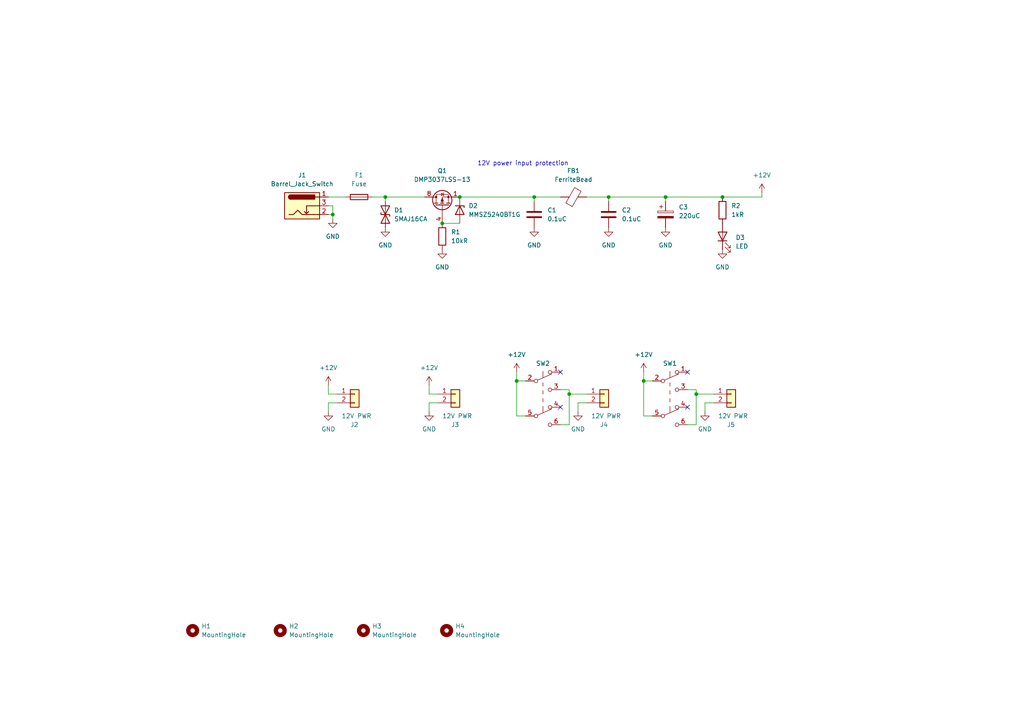
<source format=kicad_sch>
(kicad_sch (version 20211123) (generator eeschema)
  (paper "A4")
  (lib_symbols
    (symbol "Connector:Barrel_Jack_Switch" (pin_names hide)
      (property "Reference" "J" (at 0 5.334 0))
      (property "Value" "Barrel_Jack_Switch" (at 0 -5.08 0))
      (symbol "Barrel_Jack_Switch_0_1"
        (rectangle (start -5.08 3.81) (end 5.08 -3.81) (stroke (width 0.254)) (fill (type background)))
        (arc (start -3.302 3.175) (mid -3.937 2.54) (end -3.302 1.905) (stroke (width 0.254)))
        (arc (start -3.302 3.175) (mid -3.937 2.54) (end -3.302 1.905) (stroke (width 0.254)) (fill (type outline)))
        (polyline (pts (xy 1.27 -2.286) (xy 1.905 -1.651)) (stroke (width 0.254)))
        (polyline (pts (xy 5.08 2.54) (xy 3.81 2.54)) (stroke (width 0.254)))
        (polyline (pts (xy 5.08 0) (xy 1.27 0) (xy 1.27 -2.286) (xy 0.635 -1.651)) (stroke (width 0.254)))
        (polyline (pts (xy -3.81 -2.54) (xy -2.54 -2.54) (xy -1.27 -1.27) (xy 0 -2.54) (xy 2.54 -2.54) (xy 5.08 -2.54)) (stroke (width 0.254)))
        (rectangle (start 3.683 3.175) (end -3.302 1.905) (stroke (width 0.254)) (fill (type outline)))
      )
      (symbol "Barrel_Jack_Switch_1_1"
        (pin passive line (at 7.62 2.54 180) (length 2.54) (name "~") (number "1"))
        (pin passive line (at 7.62 -2.54 180) (length 2.54) (name "~") (number "2"))
        (pin passive line (at 7.62 0 180) (length 2.54) (name "~") (number "3"))
      )
    )
    (symbol "Connector_Generic:Conn_01x02" (pin_names (offset 1.016) hide)
      (property "Reference" "J" (at 0 2.54 0))
      (property "Value" "Conn_01x02" (at 0 -5.08 0))
      (symbol "Conn_01x02_1_1"
        (rectangle (start -1.27 -2.413) (end 0 -2.667) (stroke (width 0.1524)))
        (rectangle (start -1.27 0.127) (end 0 -0.127) (stroke (width 0.1524)))
        (rectangle (start -1.27 1.27) (end 1.27 -3.81) (stroke (width 0.254)) (fill (type background)))
        (pin passive line (at -5.08 0 0) (length 3.81) (name "Pin_1") (number "1"))
        (pin passive line (at -5.08 -2.54 0) (length 3.81) (name "Pin_2") (number "2"))
      )
    )
    (symbol "Device:C" (pin_numbers hide) (pin_names (offset 0.254))
      (property "Reference" "C" (at 0.635 2.54 0))
      (property "Value" "C" (at 0.635 -2.54 0))
      (symbol "C_0_1"
        (polyline (pts (xy -2.032 -0.762) (xy 2.032 -0.762)) (stroke (width 0.508)))
        (polyline (pts (xy -2.032 0.762) (xy 2.032 0.762)) (stroke (width 0.508)))
      )
      (symbol "C_1_1"
        (pin passive line (at 0 3.81 270) (length 2.794) (name "~") (number "1"))
        (pin passive line (at 0 -3.81 90) (length 2.794) (name "~") (number "2"))
      )
    )
    (symbol "Device:C_Polarized" (pin_numbers hide) (pin_names (offset 0.254))
      (property "Reference" "C" (at 0.635 2.54 0))
      (property "Value" "C_Polarized" (at 0.635 -2.54 0))
      (symbol "C_Polarized_0_1"
        (rectangle (start -2.286 0.508) (end 2.286 1.016))
        (polyline (pts (xy -1.778 2.286) (xy -0.762 2.286)))
        (polyline (pts (xy -1.27 2.794) (xy -1.27 1.778)))
        (rectangle (start 2.286 -0.508) (end -2.286 -1.016) (fill (type outline)))
      )
      (symbol "C_Polarized_1_1"
        (pin passive line (at 0 3.81 270) (length 2.794) (name "~") (number "1"))
        (pin passive line (at 0 -3.81 90) (length 2.794) (name "~") (number "2"))
      )
    )
    (symbol "Device:D_TVS" (pin_numbers hide) (pin_names (offset 1.016) hide)
      (property "Reference" "D" (at 0 2.54 0))
      (property "Value" "D_TVS" (at 0 -2.54 0))
      (symbol "D_TVS_0_1"
        (polyline (pts (xy 1.27 0) (xy -1.27 0)))
        (polyline (pts (xy 0.508 1.27) (xy 0 1.27) (xy 0 -1.27) (xy -0.508 -1.27)) (stroke (width 0.254)))
        (polyline (pts (xy -2.54 1.27) (xy -2.54 -1.27) (xy 2.54 1.27) (xy 2.54 -1.27) (xy -2.54 1.27)) (stroke (width 0.254)))
      )
      (symbol "D_TVS_1_1"
        (pin passive line (at -3.81 0 0) (length 2.54) (name "A1") (number "1"))
        (pin passive line (at 3.81 0 180) (length 2.54) (name "A2") (number "2"))
      )
    )
    (symbol "Device:D_Zener" (pin_numbers hide) (pin_names (offset 1.016) hide)
      (property "Reference" "D" (at 0 2.54 0))
      (property "Value" "D_Zener" (at 0 -2.54 0))
      (symbol "D_Zener_0_1"
        (polyline (pts (xy 1.27 0) (xy -1.27 0)))
        (polyline (pts (xy -1.27 -1.27) (xy -1.27 1.27) (xy -0.762 1.27)) (stroke (width 0.254)))
        (polyline (pts (xy 1.27 -1.27) (xy 1.27 1.27) (xy -1.27 0) (xy 1.27 -1.27)) (stroke (width 0.254)))
      )
      (symbol "D_Zener_1_1"
        (pin passive line (at -3.81 0 0) (length 2.54) (name "K") (number "1"))
        (pin passive line (at 3.81 0 180) (length 2.54) (name "A") (number "2"))
      )
    )
    (symbol "Device:FerriteBead" (pin_numbers hide) (pin_names (offset 0))
      (property "Reference" "FB" (at -3.81 0.635 90))
      (property "Value" "FerriteBead" (at 3.81 0 90))
      (symbol "FerriteBead_0_1"
        (polyline (pts (xy 0 -1.27) (xy 0 -1.2192)))
        (polyline (pts (xy 0 1.27) (xy 0 1.2954)))
        (polyline (pts (xy -2.7686 0.4064) (xy -1.7018 2.2606) (xy 2.7686 -0.3048) (xy 1.6764 -2.159) (xy -2.7686 0.4064)))
      )
      (symbol "FerriteBead_1_1"
        (pin passive line (at 0 3.81 270) (length 2.54) (name "~") (number "1"))
        (pin passive line (at 0 -3.81 90) (length 2.54) (name "~") (number "2"))
      )
    )
    (symbol "Device:Fuse" (pin_numbers hide) (pin_names (offset 0))
      (property "Reference" "F" (at 2.032 0 90))
      (property "Value" "Fuse" (at -1.905 0 90))
      (symbol "Fuse_0_1"
        (rectangle (start -0.762 -2.54) (end 0.762 2.54) (stroke (width 0.254)))
        (polyline (pts (xy 0 2.54) (xy 0 -2.54)))
      )
      (symbol "Fuse_1_1"
        (pin passive line (at 0 3.81 270) (length 1.27) (name "~") (number "1"))
        (pin passive line (at 0 -3.81 90) (length 1.27) (name "~") (number "2"))
      )
    )
    (symbol "Device:LED" (pin_numbers hide) (pin_names (offset 1.016) hide)
      (property "Reference" "D" (at 0 2.54 0))
      (property "Value" "LED" (at 0 -2.54 0))
      (symbol "LED_0_1"
        (polyline (pts (xy -1.27 -1.27) (xy -1.27 1.27)) (stroke (width 0.254)))
        (polyline (pts (xy -1.27 0) (xy 1.27 0)))
        (polyline (pts (xy 1.27 -1.27) (xy 1.27 1.27) (xy -1.27 0) (xy 1.27 -1.27)) (stroke (width 0.254)))
        (polyline (pts (xy -3.048 -0.762) (xy -4.572 -2.286) (xy -3.81 -2.286) (xy -4.572 -2.286) (xy -4.572 -1.524)))
        (polyline (pts (xy -1.778 -0.762) (xy -3.302 -2.286) (xy -2.54 -2.286) (xy -3.302 -2.286) (xy -3.302 -1.524)))
      )
      (symbol "LED_1_1"
        (pin passive line (at -3.81 0 0) (length 2.54) (name "K") (number "1"))
        (pin passive line (at 3.81 0 180) (length 2.54) (name "A") (number "2"))
      )
    )
    (symbol "Device:R" (pin_numbers hide) (pin_names (offset 0))
      (property "Reference" "R" (at 2.032 0 90))
      (property "Value" "R" (at 0 0 90))
      (symbol "R_0_1"
        (rectangle (start -1.016 -2.54) (end 1.016 2.54) (stroke (width 0.254)))
      )
      (symbol "R_1_1"
        (pin passive line (at 0 3.81 270) (length 1.27) (name "~") (number "1"))
        (pin passive line (at 0 -3.81 90) (length 1.27) (name "~") (number "2"))
      )
    )
    (symbol "Mechanical:MountingHole" (pin_names (offset 1.016))
      (property "Reference" "H" (at 0 5.08 0))
      (property "Value" "MountingHole" (at 0 3.175 0))
      (symbol "MountingHole_0_1"
        (circle (center 0 0) (radius 1.27) (stroke (width 1.27)))
      )
    )
    (symbol "Switch:SW_Push_DPDT" (pin_names (offset 0) hide)
      (property "Reference" "SW" (at 0 8.89 0))
      (property "Value" "SW_Push_DPDT" (at 0 -10.16 0))
      (symbol "SW_Push_DPDT_0_0"
        (circle (center -2.032 -5.08) (radius 0.508))
        (circle (center -2.032 5.08) (radius 0.508))
        (circle (center 2.032 -7.62) (radius 0.508))
        (circle (center 2.032 2.54) (radius 0.508))
      )
      (symbol "SW_Push_DPDT_0_1"
        (polyline (pts (xy -1.524 -4.826) (xy 2.54 -3.048)))
        (polyline (pts (xy -1.524 5.334) (xy 2.54 7.112)))
        (polyline (pts (xy 0 -2.286) (xy 0 -4.064)))
        (polyline (pts (xy 0 -1.016) (xy 0 0)))
        (polyline (pts (xy 0 1.27) (xy 0 2.286)))
        (polyline (pts (xy 0 3.556) (xy 0 4.572)))
        (polyline (pts (xy 0 7.874) (xy 0 6.096)))
        (circle (center 2.032 -2.54) (radius 0.508))
        (circle (center 2.032 7.62) (radius 0.508))
      )
      (symbol "SW_Push_DPDT_1_1"
        (pin passive line (at 5.08 7.62 180) (length 2.54) (name "A") (number "1"))
        (pin passive line (at -5.08 5.08 0) (length 2.54) (name "B") (number "2"))
        (pin passive line (at 5.08 2.54 180) (length 2.54) (name "C") (number "3"))
        (pin passive line (at 5.08 -2.54 180) (length 2.54) (name "A") (number "4"))
        (pin passive line (at -5.08 -5.08 0) (length 2.54) (name "B") (number "5"))
        (pin passive line (at 5.08 -7.62 180) (length 2.54) (name "C") (number "6"))
      )
    )
    (symbol "Transistor_FET:IRF7404" (pin_names hide)
      (property "Reference" "Q" (at 5.08 1.905 0))
      (property "Value" "IRF7404" (at 5.08 0 0))
      (symbol "IRF7404_0_1"
        (polyline (pts (xy 0.254 0) (xy -2.54 0)))
        (polyline (pts (xy 0.254 1.905) (xy 0.254 -1.905)) (stroke (width 0.254)))
        (polyline (pts (xy 0.762 -1.27) (xy 0.762 -2.286)) (stroke (width 0.254)))
        (polyline (pts (xy 0.762 0.508) (xy 0.762 -0.508)) (stroke (width 0.254)))
        (polyline (pts (xy 0.762 2.286) (xy 0.762 1.27)) (stroke (width 0.254)))
        (polyline (pts (xy 2.54 2.54) (xy 2.54 1.778)))
        (polyline (pts (xy 2.54 -2.54) (xy 2.54 0) (xy 0.762 0)))
        (polyline (pts (xy 0.762 1.778) (xy 3.302 1.778) (xy 3.302 -1.778) (xy 0.762 -1.778)))
        (polyline (pts (xy 2.286 0) (xy 1.27 0.381) (xy 1.27 -0.381) (xy 2.286 0)) (fill (type outline)))
        (polyline (pts (xy 2.794 -0.508) (xy 2.921 -0.381) (xy 3.683 -0.381) (xy 3.81 -0.254)))
        (polyline (pts (xy 3.302 -0.381) (xy 2.921 0.254) (xy 3.683 0.254) (xy 3.302 -0.381)))
        (circle (center 1.651 0) (radius 2.794) (stroke (width 0.254)))
        (circle (center 2.54 -1.778) (radius 0.254) (fill (type outline)))
        (circle (center 2.54 1.778) (radius 0.254) (fill (type outline)))
      )
      (symbol "IRF7404_1_1"
        (pin passive line (at 2.54 -5.08 90) (length 2.54) (name "S") (number "1"))
        (pin passive line (at 2.54 -5.08 90) (length 2.54) hide (name "S") (number "2"))
        (pin passive line (at 2.54 -5.08 90) (length 2.54) hide (name "S") (number "3"))
        (pin passive line (at -5.08 0 0) (length 2.54) (name "G") (number "4"))
        (pin passive line (at 2.54 5.08 270) (length 2.54) hide (name "D") (number "5"))
        (pin passive line (at 2.54 5.08 270) (length 2.54) hide (name "D") (number "6"))
        (pin passive line (at 2.54 5.08 270) (length 2.54) hide (name "D") (number "7"))
        (pin passive line (at 2.54 5.08 270) (length 2.54) (name "D") (number "8"))
      )
    )
    (symbol "power:+12V" (power) (pin_names (offset 0))
      (property "Value" "+12V" (at 0 3.556 0))
      (symbol "+12V_0_1"
        (polyline (pts (xy -0.762 1.27) (xy 0 2.54)))
        (polyline (pts (xy 0 0) (xy 0 2.54)))
        (polyline (pts (xy 0 2.54) (xy 0.762 1.27)))
      )
      (symbol "+12V_1_1"
        (pin power_in line (at 0 0 90) (length 0) hide (name "+12V") (number "1"))
      )
    )
    (symbol "power:GND" (power) (pin_names (offset 0))
      (property "Value" "GND" (at 0 -3.81 0))
      (symbol "GND_0_1"
        (polyline (pts (xy 0 0) (xy 0 -1.27) (xy 1.27 -1.27) (xy 0 -2.54) (xy -1.27 -1.27) (xy 0 -1.27)))
      )
      (symbol "GND_1_1"
        (pin power_in line (at 0 0 270) (length 0) hide (name "GND") (number "1"))
      )
    )
  )
  (junction (at 193.04 57.15))
  (junction (at 128.27 64.77))
  (junction (at 165.1 114.3))
  (junction (at 186.69 110.49))
  (junction (at 154.94 57.15))
  (junction (at 149.86 110.49))
  (junction (at 111.76 57.15))
  (junction (at 176.53 57.15))
  (junction (at 133.35 57.15))
  (junction (at 209.55 57.15))
  (junction (at 201.93 114.3))
  (junction (at 96.52 62.23))
  (no_connect (at 199.39 107.95))
  (no_connect (at 162.56 118.11))
  (no_connect (at 162.56 107.95))
  (no_connect (at 199.39 118.11))
  (wire (pts (xy 220.98 55.88) (xy 220.98 57.15)))
  (wire (pts (xy 154.94 58.42) (xy 154.94 57.15)))
  (wire (pts (xy 193.04 58.42) (xy 193.04 57.15)))
  (wire (pts (xy 96.52 59.69) (xy 96.52 62.23)))
  (wire (pts (xy 149.86 120.65) (xy 152.4 120.65)))
  (wire (pts (xy 149.86 110.49) (xy 149.86 120.65)))
  (wire (pts (xy 167.64 116.84) (xy 170.18 116.84)))
  (wire (pts (xy 209.55 57.15) (xy 220.98 57.15)))
  (wire (pts (xy 127 116.84) (xy 124.46 116.84)))
  (wire (pts (xy 95.25 62.23) (xy 96.52 62.23)))
  (wire (pts (xy 95.25 114.3) (xy 95.25 111.76)))
  (wire (pts (xy 149.86 110.49) (xy 152.4 110.49)))
  (wire (pts (xy 111.76 58.42) (xy 111.76 57.15)))
  (wire (pts (xy 97.79 116.84) (xy 95.25 116.84)))
  (wire (pts (xy 176.53 57.15) (xy 193.04 57.15)))
  (wire (pts (xy 95.25 59.69) (xy 96.52 59.69)))
  (wire (pts (xy 165.1 114.3) (xy 170.18 114.3)))
  (wire (pts (xy 95.25 57.15) (xy 100.33 57.15)))
  (wire (pts (xy 201.93 123.19) (xy 201.93 114.3)))
  (wire (pts (xy 201.93 114.3) (xy 207.01 114.3)))
  (wire (pts (xy 170.18 57.15) (xy 176.53 57.15)))
  (wire (pts (xy 186.69 110.49) (xy 189.23 110.49)))
  (wire (pts (xy 111.76 57.15) (xy 123.19 57.15)))
  (wire (pts (xy 124.46 116.84) (xy 124.46 119.38)))
  (wire (pts (xy 167.64 119.38) (xy 167.64 116.84)))
  (wire (pts (xy 128.27 64.77) (xy 133.35 64.77)))
  (wire (pts (xy 201.93 114.3) (xy 201.93 113.03)))
  (wire (pts (xy 165.1 113.03) (xy 162.56 113.03)))
  (wire (pts (xy 204.47 116.84) (xy 207.01 116.84)))
  (wire (pts (xy 201.93 113.03) (xy 199.39 113.03)))
  (wire (pts (xy 176.53 58.42) (xy 176.53 57.15)))
  (wire (pts (xy 186.69 107.95) (xy 186.69 110.49)))
  (wire (pts (xy 107.95 57.15) (xy 111.76 57.15)))
  (wire (pts (xy 162.56 123.19) (xy 165.1 123.19)))
  (wire (pts (xy 96.52 62.23) (xy 96.52 63.5)))
  (wire (pts (xy 193.04 57.15) (xy 209.55 57.15)))
  (wire (pts (xy 97.79 114.3) (xy 95.25 114.3)))
  (wire (pts (xy 127 114.3) (xy 124.46 114.3)))
  (wire (pts (xy 165.1 123.19) (xy 165.1 114.3)))
  (wire (pts (xy 154.94 57.15) (xy 162.56 57.15)))
  (wire (pts (xy 186.69 120.65) (xy 189.23 120.65)))
  (wire (pts (xy 95.25 116.84) (xy 95.25 119.38)))
  (wire (pts (xy 165.1 114.3) (xy 165.1 113.03)))
  (wire (pts (xy 199.39 123.19) (xy 201.93 123.19)))
  (wire (pts (xy 149.86 107.95) (xy 149.86 110.49)))
  (wire (pts (xy 133.35 57.15) (xy 154.94 57.15)))
  (wire (pts (xy 186.69 110.49) (xy 186.69 120.65)))
  (wire (pts (xy 204.47 119.38) (xy 204.47 116.84)))
  (wire (pts (xy 124.46 114.3) (xy 124.46 111.76)))
  (text "12V power input protection" (at 138.43 48.26 0) (effects (font (size 1.27 1.27)) (justify left bottom)))
  (symbol (lib_id "Device:R") (at 128.27 68.58 0) (unit 1)
    (property "Reference" "R1" (at 130.81 67.3099 0) (effects (justify left)))
    (property "Value" "10kR" (at 130.81 69.8499 0) (effects (justify left)))
    (property "Footprint" "Resistor_SMD:R_0805_2012Metric_Pad1.20x1.40mm_HandSolder" (effects hide))
    (property "Datasheet" "https://datasheet.lcsc.com/lcsc/1810201611_YAGEO-RC0805FR-0710KL_C84376.pdf" (effects hide))
    (property "MPN" "RC0805FR-0710KL" (effects hide))
  )
  (symbol (lib_id "Transistor_FET:IRF7404") (at 128.27 59.69 90) (unit 1)
    (property "Reference" "Q1" (at 128.27 49.53 90))
    (property "Value" "DMP3037LSS-13" (at 128.27 52.07 90))
    (property "Footprint" "Package_SO:SOIC-8_3.9x4.9mm_P1.27mm" (effects hide))
    (property "Datasheet" "https://datasheet.lcsc.com/lcsc/1805251754_Diodes-Incorporated-DMP3037LSS-13_C150501.pdf" (effects hide))
    (property "MPN" "DMP3037LSS-13" (effects hide))
  )
  (symbol (lib_id "Connector_Generic:Conn_01x02") (at 102.87 114.3 0) (unit 1)
    (property "Reference" "J2" (at 101.6 123.19 0) (effects (justify left)))
    (property "Value" "12V PWR" (at 99.06 120.65 0) (effects (justify left)))
    (property "Footprint" "Connector_custom:HC-2510-2A" (effects hide))
    (property "Datasheet" "https://datasheet.lcsc.com/lcsc/2203111830_HCTL-HC-2510-2A_C2982031.pdf" (effects hide))
    (property "MPN" "HC-2510-2A" (effects hide))
  )
  (symbol (lib_id "power:+12V") (at 124.46 111.76 0) (unit 1)
    (property "Reference" "#PWR010" (effects hide))
    (property "Value" "+12V" (at 124.46 106.68 0))
  )
  (symbol (lib_id "Device:Fuse") (at 104.14 57.15 90) (unit 1)
    (property "Reference" "F1" (at 104.14 50.8 90))
    (property "Value" "Fuse" (at 104.14 53.34 90))
    (property "Footprint" "Fuse:Fuseholder_Cylinder-5x20mm_Stelvio-Kontek_PTF78_Horizontal_Open" (effects hide))
    (property "Datasheet" "https://datasheet.lcsc.com/lcsc/2008121141_XFCN-PTF-77_C717030.pdf" (effects hide))
    (property "MPN" "PTF-77" (effects hide))
  )
  (symbol (lib_id "Device:C_Polarized") (at 193.04 62.23 0) (unit 1)
    (property "Reference" "C3" (at 196.85 60.0709 0) (effects (justify left)))
    (property "Value" "220uC" (at 196.85 62.6109 0) (effects (justify left)))
    (property "Footprint" "Capacitor_THT:CP_Radial_D8.0mm_P3.50mm" (effects hide))
    (property "Datasheet" "https://datasheet.lcsc.com/lcsc/1912111437_Rubycon-25YXF220MEFC8X11-5_C368593.pdf" (effects hide))
    (property "MPN" "25YXF220MEFC8X11.5" (effects hide))
  )
  (symbol (lib_id "Mechanical:MountingHole") (at 81.28 182.88 0) (unit 1) (in_bom no)
    (property "Reference" "H2" (at 83.82 181.6099 0) (effects (justify left)))
    (property "Value" "MountingHole" (at 83.82 184.1499 0) (effects (justify left)))
    (property "Footprint" "MountingHole:MountingHole_5.3mm_M5" (effects hide))
    (property "MPN" "N/A" (effects hide))
  )
  (symbol (lib_id "power:GND") (at 111.76 66.04 0) (unit 1)
    (property "Reference" "#PWR04" (effects hide))
    (property "Value" "GND" (at 111.76 71.12 0))
  )
  (symbol (lib_id "Device:R") (at 209.55 60.96 0) (unit 1)
    (property "Reference" "R2" (at 212.09 59.6899 0) (effects (justify left)))
    (property "Value" "1kR" (at 212.09 62.2299 0) (effects (justify left)))
    (property "Footprint" "Resistor_SMD:R_0805_2012Metric_Pad1.20x1.40mm_HandSolder" (effects hide))
    (property "Datasheet" "https://datasheet.lcsc.com/lcsc/2010202005_YAGEO-AC0805FR-7W1KL_C727989.pdf" (effects hide))
    (property "MPN" "AC0805FR-7W1KL" (effects hide))
  )
  (symbol (lib_id "power:+12V") (at 95.25 111.76 0) (unit 1)
    (property "Reference" "#PWR01" (effects hide))
    (property "Value" "+12V" (at 95.25 106.68 0))
  )
  (symbol (lib_id "power:GND") (at 128.27 72.39 0) (unit 1)
    (property "Reference" "#PWR05" (effects hide))
    (property "Value" "GND" (at 128.27 77.47 0))
  )
  (symbol (lib_id "Device:D_TVS") (at 111.76 62.23 90) (unit 1)
    (property "Reference" "D1" (at 114.3 60.9599 90) (effects (justify right)))
    (property "Value" "SMAJ16CA" (at 114.3 63.4999 90) (effects (justify right)))
    (property "Footprint" "Diode_SMD:D_SMA" (effects hide))
    (property "Datasheet" "https://datasheet.lcsc.com/lcsc/1809192020_Diodes-Incorporated-SMAJ16CA-13-F_C134960.pdf" (effects hide))
    (property "MPN" "SMAJ16CA-13-F" (effects hide))
  )
  (symbol (lib_id "power:GND") (at 209.55 72.39 0) (unit 1)
    (property "Reference" "#PWR017" (effects hide))
    (property "Value" "GND" (at 209.55 77.47 0))
  )
  (symbol (lib_id "Mechanical:MountingHole") (at 55.88 182.88 0) (unit 1) (in_bom no)
    (property "Reference" "H1" (at 58.42 181.6099 0) (effects (justify left)))
    (property "Value" "MountingHole" (at 58.42 184.1499 0) (effects (justify left)))
    (property "Footprint" "MountingHole:MountingHole_5.3mm_M5" (effects hide))
    (property "MPN" "N/A" (effects hide))
  )
  (symbol (lib_id "Switch:SW_Push_DPDT") (at 157.48 115.57 0) (unit 1)
    (property "Reference" "SW2" (at 157.48 105.41 0))
    (property "Value" "SW_Push_DPDT" (effects hide))
    (property "Footprint" "Button_Switch_THT_custom:SW_Push_2P2T_Toggle_Generic_5_8_x_5_8" (effects hide))
    (property "Datasheet" "https://datasheet.lcsc.com/lcsc/2204081930_CIKI-PB22E60L_C2987421.pdf" (effects hide))
    (property "MPN" "PB22E60L" (effects hide))
  )
  (symbol (lib_id "power:GND") (at 95.25 119.38 0) (unit 1)
    (property "Reference" "#PWR02" (effects hide))
    (property "Value" "GND" (at 95.25 124.46 0))
  )
  (symbol (lib_id "Device:FerriteBead") (at 166.37 57.15 90) (unit 1)
    (property "Reference" "FB1" (at 166.3192 49.53 90))
    (property "Value" "FerriteBead" (at 166.3192 52.07 90))
    (property "Footprint" "Inductor_SMD:L_1806_4516Metric" (effects hide))
    (property "Datasheet" "https://datasheet.lcsc.com/lcsc/1808132332_Murata-Electronics-BLM41PG600SN1L_C85844.pdf" (effects hide))
    (property "MPN" "BLM41PG600SN1L" (effects hide))
  )
  (symbol (lib_id "power:GND") (at 154.94 66.04 0) (unit 1)
    (property "Reference" "#PWR06" (effects hide))
    (property "Value" "GND" (at 154.94 71.12 0))
  )
  (symbol (lib_id "power:GND") (at 96.52 63.5 0) (unit 1)
    (property "Reference" "#PWR03" (effects hide))
    (property "Value" "GND" (at 96.52 68.58 0))
  )
  (symbol (lib_id "Mechanical:MountingHole") (at 105.41 182.88 0) (unit 1) (in_bom no)
    (property "Reference" "H3" (at 107.95 181.6099 0) (effects (justify left)))
    (property "Value" "MountingHole" (at 107.95 184.1499 0) (effects (justify left)))
    (property "Footprint" "MountingHole:MountingHole_5.3mm_M5" (effects hide))
    (property "MPN" "N/A" (effects hide))
  )
  (symbol (lib_id "Mechanical:MountingHole") (at 129.54 182.88 0) (unit 1) (in_bom no)
    (property "Reference" "H4" (at 132.08 181.6099 0) (effects (justify left)))
    (property "Value" "MountingHole" (at 132.08 184.1499 0) (effects (justify left)))
    (property "Footprint" "MountingHole:MountingHole_5.3mm_M5" (effects hide))
    (property "MPN" "N/A" (effects hide))
  )
  (symbol (lib_id "Connector:Barrel_Jack_Switch") (at 87.63 59.69 0) (unit 1)
    (property "Reference" "J1" (at 87.63 50.8 0))
    (property "Value" "Barrel_Jack_Switch" (at 87.63 53.34 0))
    (property "Footprint" "Connector_BarrelJack_custom:BarrelJack_DC-042C-W-2.5_Horizontal" (effects hide))
    (property "Datasheet" "https://datasheet.lcsc.com/lcsc/2110111230_XKB-Connectivity-DC-042C-W-2-5_C480371.pdf" (effects hide))
    (property "MPN" "DC-042C-W-2.5" (effects hide))
  )
  (symbol (lib_id "Device:D_Zener") (at 133.35 60.96 270) (unit 1)
    (property "Reference" "D2" (at 135.89 59.6899 90) (effects (justify left)))
    (property "Value" "MMSZ5240BT1G" (at 135.89 62.2299 90) (effects (justify left)))
    (property "Footprint" "Diode_SMD:D_SOD-123" (effects hide))
    (property "Datasheet" "https://datasheet.lcsc.com/lcsc/1809291220_onsemi-MMSZ5240BT1G_C82084.pdf" (effects hide))
    (property "MPN" "MMSZ5240BT1G" (effects hide))
  )
  (symbol (lib_id "power:+12V") (at 149.86 107.95 0) (unit 1)
    (property "Reference" "#PWR012" (effects hide))
    (property "Value" "+12V" (at 149.86 102.87 0))
  )
  (symbol (lib_id "power:GND") (at 176.53 66.04 0) (unit 1)
    (property "Reference" "#PWR07" (effects hide))
    (property "Value" "GND" (at 176.53 71.12 0))
  )
  (symbol (lib_id "Device:C") (at 154.94 62.23 180) (unit 1)
    (property "Reference" "C1" (at 158.75 60.9599 0) (effects (justify right)))
    (property "Value" "0.1uC" (at 158.75 63.4999 0) (effects (justify right)))
    (property "Footprint" "Capacitor_SMD:C_0805_2012Metric_Pad1.18x1.45mm_HandSolder" (effects hide))
    (property "Datasheet" "https://datasheet.lcsc.com/lcsc/1810191215_Samsung-Electro-Mechanics-CL21B104KBCNNNC_C1711.pdf" (effects hide))
    (property "MPN" "CL21B104KBCNNNC" (effects hide))
  )
  (symbol (lib_id "Connector_Generic:Conn_01x02") (at 212.09 114.3 0) (unit 1)
    (property "Reference" "J5" (at 210.82 123.19 0) (effects (justify left)))
    (property "Value" "12V PWR" (at 208.28 120.65 0) (effects (justify left)))
    (property "Footprint" "Connector_custom:HC-2510-2A" (effects hide))
    (property "Datasheet" "https://datasheet.lcsc.com/lcsc/2203111830_HCTL-HC-2510-2A_C2982031.pdf" (effects hide))
    (property "MPN" "HC-2510-2A" (effects hide))
  )
  (symbol (lib_id "Connector_Generic:Conn_01x02") (at 175.26 114.3 0) (unit 1)
    (property "Reference" "J4" (at 173.99 123.19 0) (effects (justify left)))
    (property "Value" "12V PWR" (at 171.45 120.65 0) (effects (justify left)))
    (property "Footprint" "Connector_custom:HC-2510-2A" (effects hide))
    (property "Datasheet" "https://datasheet.lcsc.com/lcsc/2203111830_HCTL-HC-2510-2A_C2982031.pdf" (effects hide))
    (property "MPN" "HC-2510-2A" (effects hide))
  )
  (symbol (lib_id "Switch:SW_Push_DPDT") (at 194.31 115.57 0) (unit 1)
    (property "Reference" "SW1" (at 194.31 105.41 0))
    (property "Value" "SW_Push_DPDT" (effects hide))
    (property "Footprint" "Button_Switch_THT_custom:SW_Push_2P2T_Toggle_Generic_5_8_x_5_8" (effects hide))
    (property "Datasheet" "https://datasheet.lcsc.com/lcsc/2204081930_CIKI-PB22E60L_C2987421.pdf" (effects hide))
    (property "MPN" "PB22E60L" (effects hide))
  )
  (symbol (lib_id "power:GND") (at 204.47 119.38 0) (unit 1)
    (property "Reference" "#PWR015" (effects hide))
    (property "Value" "GND" (at 204.47 124.46 0))
  )
  (symbol (lib_id "power:+12V") (at 220.98 55.88 0) (unit 1)
    (property "Reference" "#PWR09" (effects hide))
    (property "Value" "+12V" (at 220.98 50.8 0))
  )
  (symbol (lib_id "Connector_Generic:Conn_01x02") (at 132.08 114.3 0) (unit 1)
    (property "Reference" "J3" (at 130.81 123.19 0) (effects (justify left)))
    (property "Value" "12V PWR" (at 128.27 120.65 0) (effects (justify left)))
    (property "Footprint" "Connector_custom:HC-2510-2A" (effects hide))
    (property "Datasheet" "https://datasheet.lcsc.com/lcsc/2203111830_HCTL-HC-2510-2A_C2982031.pdf" (effects hide))
    (property "MPN" "HC-2510-2A" (effects hide))
  )
  (symbol (lib_id "power:GND") (at 167.64 119.38 0) (unit 1)
    (property "Reference" "#PWR013" (effects hide))
    (property "Value" "GND" (at 167.64 124.46 0))
  )
  (symbol (lib_id "power:GND") (at 193.04 66.04 0) (unit 1)
    (property "Reference" "#PWR08" (effects hide))
    (property "Value" "GND" (at 193.04 71.12 0))
  )
  (symbol (lib_id "power:GND") (at 124.46 119.38 0) (unit 1)
    (property "Reference" "#PWR011" (effects hide))
    (property "Value" "GND" (at 124.46 124.46 0))
  )
  (symbol (lib_id "Device:LED") (at 209.55 68.58 90) (unit 1)
    (property "Reference" "D3" (at 213.36 68.8974 90) (effects (justify right)))
    (property "Value" "LED" (at 213.36 71.4374 90) (effects (justify right)))
    (property "Footprint" "Diode_SMD:D_0805_2012Metric_Pad1.15x1.40mm_HandSolder" (effects hide))
    (property "Datasheet" "https://datasheet.lcsc.com/lcsc/1810271707_Everlight-Elec-17-21SYGC-S530-E3-TR8_C142303.pdf" (effects hide))
    (property "MPN" "17-21SYGC/S530-E3/TR8" (effects hide))
  )
  (symbol (lib_id "power:+12V") (at 186.69 107.95 0) (unit 1)
    (property "Reference" "#PWR014" (effects hide))
    (property "Value" "+12V" (at 186.69 102.87 0))
  )
  (symbol (lib_id "Device:C") (at 176.53 62.23 180) (unit 1)
    (property "Reference" "C2" (at 180.34 60.9599 0) (effects (justify right)))
    (property "Value" "0.1uC" (at 180.34 63.4999 0) (effects (justify right)))
    (property "Footprint" "Capacitor_SMD:C_0805_2012Metric_Pad1.18x1.45mm_HandSolder" (effects hide))
    (property "Datasheet" "https://datasheet.lcsc.com/lcsc/1810191215_Samsung-Electro-Mechanics-CL21B104KBCNNNC_C1711.pdf" (effects hide))
    (property "MPN" "CL21B104KBCNNNC" (effects hide))
  )
)
</source>
